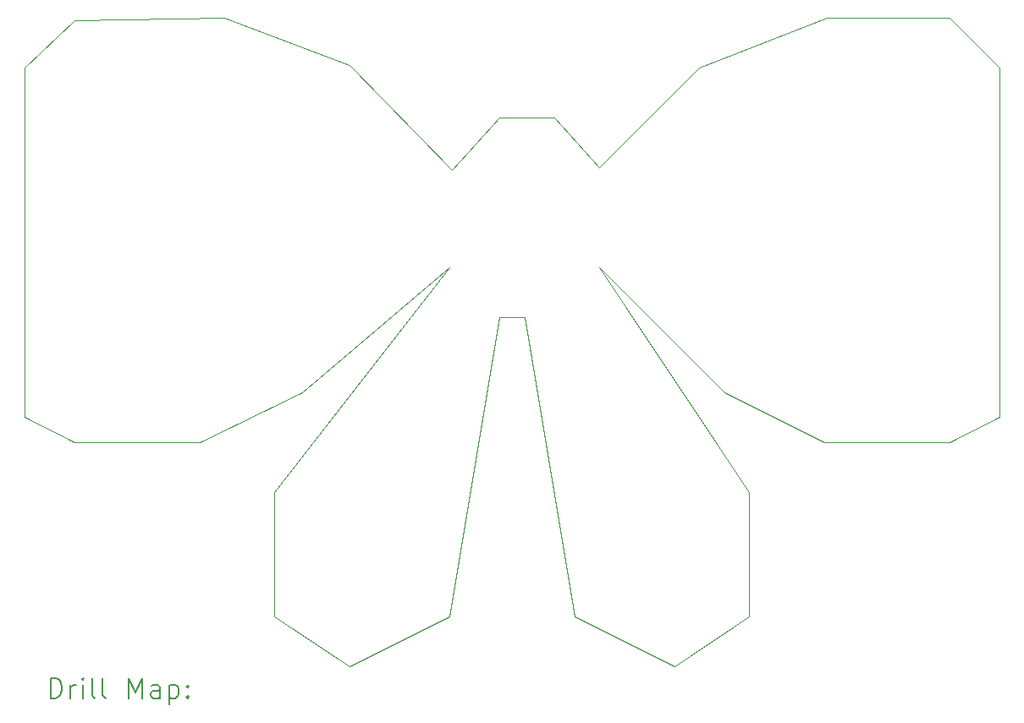
<source format=gbr>
%TF.GenerationSoftware,KiCad,Pcbnew,9.0.2*%
%TF.CreationDate,2025-06-06T13:56:25-05:00*%
%TF.ProjectId,bow,626f772e-6b69-4636-9164-5f7063625858,rev?*%
%TF.SameCoordinates,Original*%
%TF.FileFunction,Drillmap*%
%TF.FilePolarity,Positive*%
%FSLAX45Y45*%
G04 Gerber Fmt 4.5, Leading zero omitted, Abs format (unit mm)*
G04 Created by KiCad (PCBNEW 9.0.2) date 2025-06-06 13:56:25*
%MOMM*%
%LPD*%
G01*
G04 APERTURE LIST*
%ADD10C,0.050000*%
%ADD11C,0.200000*%
G04 APERTURE END LIST*
D10*
X26750000Y-7000000D02*
X26750000Y-10500000D01*
X26250000Y-10750000D01*
X25000000Y-10750000D01*
X24000000Y-10250000D01*
X22750000Y-9000000D01*
X24250000Y-11250000D01*
X24250000Y-12500000D01*
X23500000Y-13000000D01*
X22500000Y-12500000D01*
X22000000Y-9500000D01*
X21750000Y-9500000D01*
X21250000Y-12500000D01*
X20250000Y-13000000D01*
X19500000Y-12500000D01*
X19500000Y-11250000D01*
X21250000Y-9000000D01*
X19775000Y-10250000D01*
X18750000Y-10750000D01*
X17500000Y-10750000D01*
X17000000Y-10500000D01*
X17000000Y-7000000D01*
X17500000Y-6525000D01*
X19000000Y-6500000D01*
X20250000Y-6975000D01*
X21275000Y-8025000D01*
X21750000Y-7500000D01*
X22300000Y-7500000D01*
X22750000Y-8000000D01*
X23750000Y-7000000D01*
X25025000Y-6500000D01*
X26250000Y-6500000D01*
X26750000Y-7000000D01*
D11*
X17258277Y-13313984D02*
X17258277Y-13113984D01*
X17258277Y-13113984D02*
X17305896Y-13113984D01*
X17305896Y-13113984D02*
X17334467Y-13123508D01*
X17334467Y-13123508D02*
X17353515Y-13142555D01*
X17353515Y-13142555D02*
X17363039Y-13161603D01*
X17363039Y-13161603D02*
X17372563Y-13199698D01*
X17372563Y-13199698D02*
X17372563Y-13228269D01*
X17372563Y-13228269D02*
X17363039Y-13266365D01*
X17363039Y-13266365D02*
X17353515Y-13285412D01*
X17353515Y-13285412D02*
X17334467Y-13304460D01*
X17334467Y-13304460D02*
X17305896Y-13313984D01*
X17305896Y-13313984D02*
X17258277Y-13313984D01*
X17458277Y-13313984D02*
X17458277Y-13180650D01*
X17458277Y-13218746D02*
X17467801Y-13199698D01*
X17467801Y-13199698D02*
X17477324Y-13190174D01*
X17477324Y-13190174D02*
X17496372Y-13180650D01*
X17496372Y-13180650D02*
X17515420Y-13180650D01*
X17582086Y-13313984D02*
X17582086Y-13180650D01*
X17582086Y-13113984D02*
X17572563Y-13123508D01*
X17572563Y-13123508D02*
X17582086Y-13133031D01*
X17582086Y-13133031D02*
X17591610Y-13123508D01*
X17591610Y-13123508D02*
X17582086Y-13113984D01*
X17582086Y-13113984D02*
X17582086Y-13133031D01*
X17705896Y-13313984D02*
X17686848Y-13304460D01*
X17686848Y-13304460D02*
X17677324Y-13285412D01*
X17677324Y-13285412D02*
X17677324Y-13113984D01*
X17810658Y-13313984D02*
X17791610Y-13304460D01*
X17791610Y-13304460D02*
X17782086Y-13285412D01*
X17782086Y-13285412D02*
X17782086Y-13113984D01*
X18039229Y-13313984D02*
X18039229Y-13113984D01*
X18039229Y-13113984D02*
X18105896Y-13256841D01*
X18105896Y-13256841D02*
X18172563Y-13113984D01*
X18172563Y-13113984D02*
X18172563Y-13313984D01*
X18353515Y-13313984D02*
X18353515Y-13209222D01*
X18353515Y-13209222D02*
X18343991Y-13190174D01*
X18343991Y-13190174D02*
X18324944Y-13180650D01*
X18324944Y-13180650D02*
X18286848Y-13180650D01*
X18286848Y-13180650D02*
X18267801Y-13190174D01*
X18353515Y-13304460D02*
X18334467Y-13313984D01*
X18334467Y-13313984D02*
X18286848Y-13313984D01*
X18286848Y-13313984D02*
X18267801Y-13304460D01*
X18267801Y-13304460D02*
X18258277Y-13285412D01*
X18258277Y-13285412D02*
X18258277Y-13266365D01*
X18258277Y-13266365D02*
X18267801Y-13247317D01*
X18267801Y-13247317D02*
X18286848Y-13237793D01*
X18286848Y-13237793D02*
X18334467Y-13237793D01*
X18334467Y-13237793D02*
X18353515Y-13228269D01*
X18448753Y-13180650D02*
X18448753Y-13380650D01*
X18448753Y-13190174D02*
X18467801Y-13180650D01*
X18467801Y-13180650D02*
X18505896Y-13180650D01*
X18505896Y-13180650D02*
X18524944Y-13190174D01*
X18524944Y-13190174D02*
X18534467Y-13199698D01*
X18534467Y-13199698D02*
X18543991Y-13218746D01*
X18543991Y-13218746D02*
X18543991Y-13275888D01*
X18543991Y-13275888D02*
X18534467Y-13294936D01*
X18534467Y-13294936D02*
X18524944Y-13304460D01*
X18524944Y-13304460D02*
X18505896Y-13313984D01*
X18505896Y-13313984D02*
X18467801Y-13313984D01*
X18467801Y-13313984D02*
X18448753Y-13304460D01*
X18629705Y-13294936D02*
X18639229Y-13304460D01*
X18639229Y-13304460D02*
X18629705Y-13313984D01*
X18629705Y-13313984D02*
X18620182Y-13304460D01*
X18620182Y-13304460D02*
X18629705Y-13294936D01*
X18629705Y-13294936D02*
X18629705Y-13313984D01*
X18629705Y-13190174D02*
X18639229Y-13199698D01*
X18639229Y-13199698D02*
X18629705Y-13209222D01*
X18629705Y-13209222D02*
X18620182Y-13199698D01*
X18620182Y-13199698D02*
X18629705Y-13190174D01*
X18629705Y-13190174D02*
X18629705Y-13209222D01*
M02*

</source>
